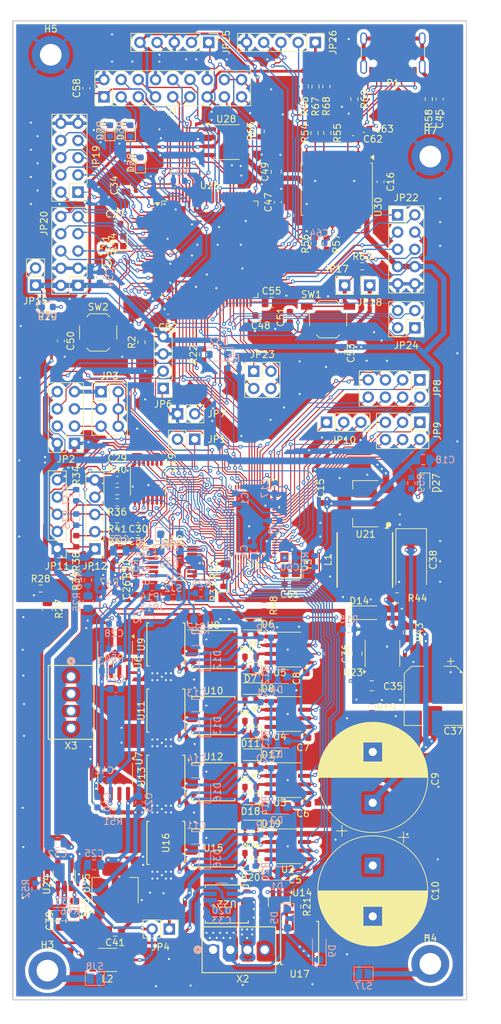
<source format=kicad_pcb>
(kicad_pcb
	(version 20241229)
	(generator "pcbnew")
	(generator_version "9.0")
	(general
		(thickness 1.6)
		(legacy_teardrops no)
	)
	(paper "A4")
	(title_block
		(title "fsim_ff")
		(date "2025-03-06")
		(rev "1")
		(company "FaSTTUBe")
	)
	(layers
		(0 "F.Cu" signal)
		(2 "B.Cu" signal)
		(9 "F.Adhes" user "F.Adhesive")
		(11 "B.Adhes" user "B.Adhesive")
		(13 "F.Paste" user)
		(15 "B.Paste" user)
		(5 "F.SilkS" user "F.Silkscreen")
		(7 "B.SilkS" user "B.Silkscreen")
		(1 "F.Mask" user)
		(3 "B.Mask" user)
		(17 "Dwgs.User" user "User.Drawings")
		(19 "Cmts.User" user "User.Comments")
		(21 "Eco1.User" user "User.Eco1")
		(23 "Eco2.User" user "User.Eco2")
		(25 "Edge.Cuts" user)
		(27 "Margin" user)
		(31 "F.CrtYd" user "F.Courtyard")
		(29 "B.CrtYd" user "B.Courtyard")
		(35 "F.Fab" user)
		(33 "B.Fab" user)
		(39 "User.1" user)
		(41 "User.2" user)
		(43 "User.3" user)
		(45 "User.4" user)
	)
	(setup
		(pad_to_mask_clearance 0)
		(allow_soldermask_bridges_in_footprints no)
		(tenting front back)
		(pcbplotparams
			(layerselection 0x00000000_00000000_55555555_5755f5ff)
			(plot_on_all_layers_selection 0x00000000_00000000_00000000_00000000)
			(disableapertmacros no)
			(usegerberextensions no)
			(usegerberattributes yes)
			(usegerberadvancedattributes yes)
			(creategerberjobfile yes)
			(dashed_line_dash_ratio 12.000000)
			(dashed_line_gap_ratio 3.000000)
			(svgprecision 4)
			(plotframeref no)
			(mode 1)
			(useauxorigin no)
			(hpglpennumber 1)
			(hpglpenspeed 20)
			(hpglpendiameter 15.000000)
			(pdf_front_fp_property_popups yes)
			(pdf_back_fp_property_popups yes)
			(pdf_metadata yes)
			(pdf_single_document no)
			(dxfpolygonmode yes)
			(dxfimperialunits yes)
			(dxfusepcbnewfont yes)
			(psnegative no)
			(psa4output no)
			(plot_black_and_white yes)
			(plotinvisibletext no)
			(sketchpadsonfab no)
			(plotpadnumbers no)
			(hidednponfab no)
			(sketchdnponfab yes)
			(crossoutdnponfab yes)
			(subtractmaskfromsilk no)
			(outputformat 1)
			(mirror no)
			(drillshape 0)
			(scaleselection 1)
			(outputdirectory "C:/Users/georg/Downloads/fsimff_v0.1/")
		)
	)
	(net 0 "")
	(net 1 "GND")
	(net 2 "+3V3")
	(net 3 "+5V")
	(net 4 "Net-(U30-PDEN)")
	(net 5 "/brains/GND_USB")
	(net 6 "Net-(P1-CC)")
	(net 7 "Net-(P1-VCONN)")
	(net 8 "Net-(U1B-VCCCORE1)")
	(net 9 "5V_SENSE")
	(net 10 "GNDA")
	(net 11 "V_GD")
	(net 12 "GNDI")
	(net 13 "Net-(D14-K)")
	(net 14 "Net-(D32-A)")
	(net 15 "V+")
	(net 16 "MOT_D")
	(net 17 "MOT_B")
	(net 18 "2.5V_REF")
	(net 19 "/brains/OSC+")
	(net 20 "Net-(U20-VCAP)")
	(net 21 "V_MOT_IN")
	(net 22 "Net-(U23-VD)")
	(net 23 "Net-(D33-A)")
	(net 24 "Net-(U23-BST)")
	(net 25 "Net-(U7-VREF)")
	(net 26 "Net-(U6-VREF)")
	(net 27 "/brains/OSC-")
	(net 28 "/brains/USB_SHIELD")
	(net 29 "/brains/VDDA")
	(net 30 "Net-(U26C-VCAP_2)")
	(net 31 "Net-(U26C-VCAP_1)")
	(net 32 "/brains/BUTTON_A")
	(net 33 "/brains/E_STOP")
	(net 34 "/brains/USB_VBUS_IN")
	(net 35 "Net-(D27-A)")
	(net 36 "Net-(D28-A)")
	(net 37 "Net-(D29-A)")
	(net 38 "Net-(D30-A)")
	(net 39 "ENO")
	(net 40 "AGPI_A")
	(net 41 "AENC_WY_N")
	(net 42 "AENC_UX_N")
	(net 43 "AENC_WY")
	(net 44 "AENC_VN")
	(net 45 "AENC_UX")
	(net 46 "AENC_VN_N")
	(net 47 "ENABLE")
	(net 48 "GPIO0")
	(net 49 "GPIO3")
	(net 50 "GPIO2")
	(net 51 "GPIO4")
	(net 52 "GPIO6")
	(net 53 "GPIO7")
	(net 54 "GPIO1")
	(net 55 "GPIO5")
	(net 56 "Net-(JP12-Pad3)")
	(net 57 "Net-(JP12-Pad2)")
	(net 58 "Net-(JP12-Pad4)")
	(net 59 "/brains/BOOT0")
	(net 60 "/brains/DIN4")
	(net 61 "/brains/DIN3")
	(net 62 "/brains/DIN7")
	(net 63 "/brains/DIN6")
	(net 64 "/brains/DIN5")
	(net 65 "/brains/DIN2")
	(net 66 "/brains/DIN1")
	(net 67 "/brains/DIN0")
	(net 68 "/brains/AIN4")
	(net 69 "/brains/AIN1")
	(net 70 "/brains/AIN3")
	(net 71 "/brains/AIN5")
	(net 72 "/brains/AIN2")
	(net 73 "/brains/AIN0")
	(net 74 "/brains/CANL")
	(net 75 "unconnected-(U26A-PD3-Pad84)")
	(net 76 "/brains/SWO")
	(net 77 "/brains/UART1_TX")
	(net 78 "/brains/UART1_RX")
	(net 79 "unconnected-(U26A-PD2-Pad83)")
	(net 80 "/brains/GPIO2")
	(net 81 "/brains/GPIO1")
	(net 82 "/brains/I2C_SDA")
	(net 83 "/brains/GPIO3")
	(net 84 "/brains/I2C_SCL")
	(net 85 "unconnected-(U26A-PC11-Pad79)")
	(net 86 "unconnected-(U26A-PC12-Pad80)")
	(net 87 "/brains/CAN_RES")
	(net 88 "/brains/CANH")
	(net 89 "unconnected-(U26A-PC10-Pad78)")
	(net 90 "unconnected-(U26A-PA15-Pad77)")
	(net 91 "/brains/SPI2_SCK")
	(net 92 "/brains/SPI2_MISO")
	(net 93 "/brains/SPI2_MOSI")
	(net 94 "/brains/SPI2_SS3")
	(net 95 "/brains/SPI2_SS2")
	(net 96 "/brains/SPI2_SS")
	(net 97 "/brains/GPIO7")
	(net 98 "/brains/GPIO6")
	(net 99 "/brains/GPIO8")
	(net 100 "/brains/GPIO5")
	(net 101 "/brains/PWM2")
	(net 102 "/brains/PWM4")
	(net 103 "/brains/PWM3")
	(net 104 "/brains/PWM1")
	(net 105 "/brains/SWDIO")
	(net 106 "/brains/SWCLK")
	(net 107 "BRAKE_RES_COMP")
	(net 108 "BRAKE_CTRL_EXT")
	(net 109 "2.5V_REF_RAW")
	(net 110 "Net-(U23-ON{slash}~{OFF})")
	(net 111 "Net-(U24-FB)")
	(net 112 "Net-(U6-VOUT)")
	(net 113 "Net-(U7-VOUT)")
	(net 114 "Net-(U30-UD+)")
	(net 115 "Net-(U30-UD-)")
	(net 116 "Net-(U30-DD+)")
	(net 117 "/brains/LED1")
	(net 118 "/brains/LED2")
	(net 119 "/brains/LED3")
	(net 120 "/brains/CAN_S")
	(net 121 "unconnected-(U26A-PD14-Pad61)")
	(net 122 "unconnected-(U26A-PD11-Pad58)")
	(net 123 "unconnected-(U26A-PD10-Pad57)")
	(net 124 "unconnected-(U26B-PE15-Pad46)")
	(net 125 "unconnected-(U26A-PD12-Pad59)")
	(net 126 "/brains/CAN_RX")
	(net 127 "unconnected-(U26A-PC9-Pad66)")
	(net 128 "/brains/USB_D-")
	(net 129 "unconnected-(U26A-PA10-Pad69)")
	(net 130 "unconnected-(U26A-PA8-Pad67)")
	(net 131 "/brains/CAN_TX")
	(net 132 "unconnected-(U26A-PC8-Pad65)")
	(net 133 "unconnected-(U26A-PD13-Pad60)")
	(net 134 "/brains/USB_D+")
	(net 135 "UART_RX")
	(net 136 "Net-(D1-K)")
	(net 137 "REF_L")
	(net 138 "ENC2_A")
	(net 139 "HALL_V")
	(net 140 "HALL_WY")
	(net 141 "ENC_B")
	(net 142 "DIR")
	(net 143 "ENC_Z")
	(net 144 "PWM_I")
	(net 145 "V_INT_TMC")
	(net 146 "MISO")
	(net 147 "ENC2_Z")
	(net 148 "ENC2_B")
	(net 149 "MOSI")
	(net 150 "SCK")
	(net 151 "UART_TX")
	(net 152 "REF_R")
	(net 153 "REF_H")
	(net 154 "AGPI_B")
	(net 155 "ENC_A")
	(net 156 "HALL_UX")
	(net 157 "CS_TMC")
	(net 158 "STEP")
	(net 159 "NRST")
	(net 160 "DRV_FLAG")
	(net 161 "DRV_EN")
	(net 162 "V_INT")
	(net 163 "V_EXT")
	(net 164 "SPI1_SS2")
	(net 165 "SPI1_SS3")
	(net 166 "GPIO_DRV")
	(net 167 "/brains/ENC_Z")
	(net 168 "/brains/ENC_A")
	(net 169 "/brains/ENC_B")
	(net 170 "Net-(D2-K)")
	(net 171 "Net-(D3-K)")
	(net 172 "Net-(D4-K)")
	(net 173 "RES_FET")
	(net 174 "Net-(D10-A)")
	(net 175 "Net-(D6-K)")
	(net 176 "Net-(D7-K)")
	(net 177 "Net-(D8-K)")
	(net 178 "Net-(D11-K)")
	(net 179 "Net-(D17-K)")
	(net 180 "Net-(D18-K)")
	(net 181 "Net-(D19-K)")
	(net 182 "Net-(D20-K)")
	(net 183 "unconnected-(Y3-ENABLE-Pad1)")
	(net 184 "Net-(H3-Pad1)")
	(net 185 "Net-(H4-Pad1)")
	(net 186 "MOT_A_OUT")
	(net 187 "MOT_C_OUT")
	(net 188 "/brains/USB_D+_IS")
	(net 189 "/brains/USB_D-_IS")
	(net 190 "Net-(U30-DD-)")
	(net 191 "unconnected-(U26A-PA9-Pad68)")
	(net 192 "/driver/MOT_C")
	(net 193 "/driver/MOT_A")
	(net 194 "/driver/SENSE_A")
	(net 195 "/connectivity/HALL_UX_5V")
	(net 196 "/connectivity/HALL_V_5V")
	(net 197 "/connectivity/HALL_WY_5V")
	(net 198 "/driver/SENSE_C")
	(net 199 "/driver/CLK_25M")
	(net 200 "/driver/G_LS_A")
	(net 201 "/driver/G_HS_A")
	(net 202 "/driver/G_LS_B")
	(net 203 "/driver/G_HS_B")
	(net 204 "/driver/G_HS_C")
	(net 205 "/driver/G_LS_C")
	(net 206 "/driver/G_LS_D")
	(net 207 "/driver/G_HS_D")
	(net 208 "/driver/BRAKE_CTRL")
	(net 209 "/driver/BRAKE_CTRL_TMC")
	(net 210 "/connectivity/ENC_B_5V")
	(net 211 "/connectivity/ENC_Z_5V")
	(net 212 "/connectivity/ENC_A_5V")
	(net 213 "/driver/2.5V_REF_C")
	(net 214 "/driver/2.5V_REF_A")
	(net 215 "/driver/BRAKE_GATE")
	(net 216 "/connectivity/V_INT_TMC_RAW")
	(net 217 "/connectivity/TH_FET")
	(net 218 "/connectivity/BRAKE_RES_TH")
	(net 219 "/driver/C_HS_C")
	(net 220 "/driver/C_LS_B")
	(net 221 "/driver/C_LS_D")
	(net 222 "/driver/C_LS_C")
	(net 223 "/driver/C_LS_A")
	(net 224 "/driver/C_HS_A")
	(net 225 "/driver/C_HS_D")
	(net 226 "/driver/C_HS_B")
	(net 227 "/powersupply/INPUT_GATE")
	(footprint "Capacitor_SMD:C_0603_1608Metric" (layer "F.Cu") (at 76.7 70.675 -90))
	(footprint "Package_SO:SOIC-8_3.9x4.9mm_P1.27mm" (layer "F.Cu") (at 117.935 131.247269 90))
	(footprint "Connector_PinHeader_2.54mm:PinHeader_1x01_P2.54mm_Vertical" (layer "F.Cu") (at 112.35 76.975))
	(footprint "Capacitor_THT:CP_Radial_D16.0mm_P7.50mm" (layer "F.Cu") (at 116.5 153.262755 90))
	(footprint "Button_Switch_SMD:SW_SPST_TL3342" (layer "F.Cu") (at 75.95 83.925))
	(footprint "Connector_PinHeader_2.54mm:PinHeader_2x05_P2.54mm_Vertical" (layer "F.Cu") (at 72.975 77 180))
	(footprint "Diode_SMD:D_SOD-323F" (layer "F.Cu") (at 98.45 162.425 180))
	(footprint "Resistor_SMD:R_0805_2012Metric" (layer "F.Cu") (at 72.45 168.675 -90))
	(footprint "LED_SMD:LED_0603_1608Metric" (layer "F.Cu") (at 82.2 58.925 90))
	(footprint "Resistor_SMD:R_0603_1608Metric" (layer "F.Cu") (at 113.78 49.525 -90))
	(footprint "Resistor_SMD:R_0603_1608Metric" (layer "F.Cu") (at 94.45 122.175 90))
	(footprint "Package_TO_SOT_SMD:SOT-23-5_HandSoldering" (layer "F.Cu") (at 70.95 164.175 90))
	(footprint "Connector_PinHeader_2.54mm:PinHeader_1x05_P2.54mm_Vertical" (layer "F.Cu") (at 92.275 41.175 -90))
	(footprint "Connector_PinHeader_2.54mm:PinHeader_1x04_P2.54mm_Vertical" (layer "F.Cu") (at 85.55 92.175 180))
	(footprint "Capacitor_THT:CP_Radial_D16.0mm_P7.50mm" (layer "F.Cu") (at 116.5 162.5 -90))
	(footprint "Package_TO_SOT_SMD:SOT-223" (layer "F.Cu") (at 78.45 166.175 90))
	(footprint "Package_SO:SOIC-8-1EP_3.9x4.9mm_P1.27mm_EP2.29x3mm" (layer "F.Cu") (at 103.95 130.675 180))
	(footprint "Capacitor_SMD:C_0603_1608Metric"
		(layer "F.Cu")
		(uuid "2088cb5f-f7b5-41f5-b03e-d2866cf20499")
		(at 74.2 47.925 -90)
		(descr "Capacitor SMD 0603 (1608 Metric), square (rectangular) end terminal, IPC_7351 nominal, (Body size source: IPC-SM-782 page 76, https://www.pcb-3d.com/wordpress/wp-content/uploads/ipc-sm-782a_amendment_1_and_2.pdf), generated with kicad-footprint-generator")
		(tags "capacitor")
		(property "Reference" "C58"
			(at 0 1.425 90)
			(layer "F.SilkS")
			(uuid "d75d5b63-9c6d-45f7-9784-129854c545a7")
			(effects
				(font
					(size 1 1)
					(thickness 0.15)
				)
			)
		)
		(property "Value" "100nF"
			(at 0 1.43 90)
			(layer "F.Fab")
			(uuid "d88faae2-9ecd-4ba1-a867-ab315b07c8f7")
			(effects
				(font
					(size 1 1)
					(thickness 0.15)
				)
			)
		)
		(property "Datasheet" ""
			(at 0 0 270)
			(unlocked yes)
			(layer "F.Fab")
			(hide yes)
			(uuid "118555ea-002a-4807-90c4-6e80eb764c68")
			(effects
				(font
					(size 1.27 1.27)
					(thickness 0.15)
				)
			)
		)
		(property "Description" ""
			(at 0 0 270)
			(unlocked yes)
			(layer "F.Fab")
			(hide yes)
			(uuid "1ad4e7cc-e099-4182-b589-8477247f4551")
			(effects
				(font
					(size 1.27 1.27)
					(thickness 0.15)
				)
			)
		)
		(path "/5b8239be-3acb-480d-b68c-3ddc98dc2fa1/a618755f-d72e-477d-8bad-fd11e0e84e82")
		(sheetname "/brains/")
		(sheetfile "brains.kicad_sch")
		(attr smd)
		(fp_line
			(start -0.14058 0.51)
			(end 0.14058 0.51)
			(stroke
				(width 0.12)
				(type solid)
			)
			(layer "F.SilkS")
			(uuid "19f5c47e-2282-4797-9dab-b5b1b80df36c")
		)
		(fp_line
			(start -0.14058 -0.51)
			(end 0.14058 -0.51)
			(stroke
				(width 0.12)
				(type solid)
			)
			(layer "F.SilkS")
			(uuid "591b4c7a-06c5-4b6e-9eed-f744d33737a1")
		)
		(fp_line
			(start -1.48 0.73)
			(end -1.48 -0.73)
			(stroke
				(width 0.05)
				(type solid)
			)
			(layer "F.CrtYd")
			(uuid "86b398dc-829f-41ec-b1b0-a4f63724b2b1")
		)
		(fp_line
			(start 1.48 0.73)
			(end -1.48 0.73)
			(stroke
				(width 0.05)
				(type solid)
			)
			(layer "F.CrtYd")
			(uuid "e77627d8-b713-4b97-8a3d-df600e6a0f99")
		)
		(fp_line
			(start -1.48 -0.73)
			(end 1.48 -0.73)
			(stroke
				(width 0.05)
				(type solid)
			)
			(layer "F.CrtYd")
			(uuid "e95cf7dd-6990-4166-a816-aa61326b99b2")
		)
		(fp_line
			(start 1.48 -0.73)
			(end 1.48 0.73)
			(stroke
				(width 0.05)
				(type solid)
			)
			(layer "F.CrtYd")
			(uuid "8fead93b-613f-
... [2578029 chars truncated]
</source>
